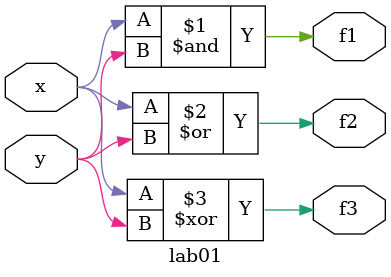
<source format=v>
module lab01(x,y,f1,f2,f3);
	input x,y;
	output f1,f2,f3;
	
	and(f1,x,y);
	or(f2,x,y);
	xor(f3,x,y);
	
endmodule

</source>
